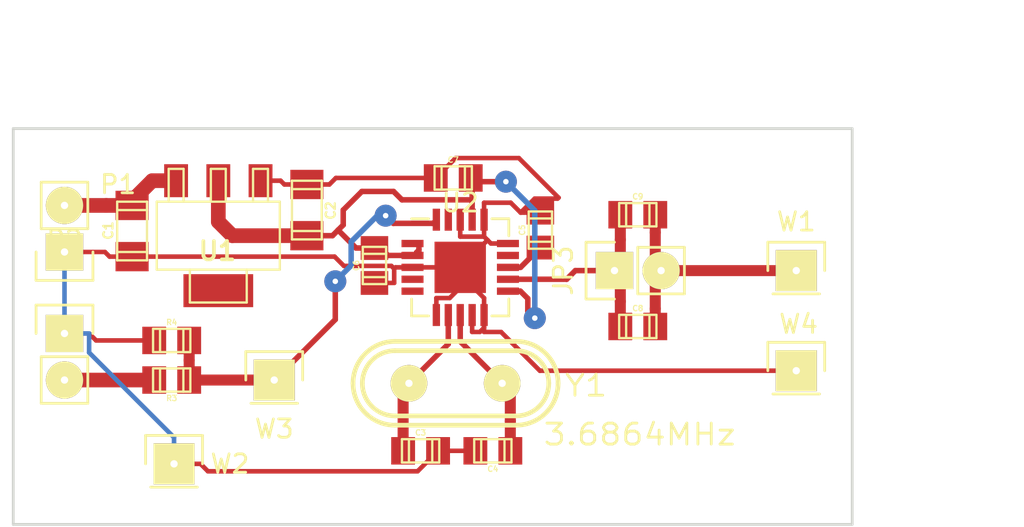
<source format=kicad_pcb>
(kicad_pcb (version 20171130) (host pcbnew "(5.1.12)-1")

  (general
    (thickness 1.6)
    (drawings 6)
    (tracks 182)
    (zones 0)
    (modules 21)
    (nets 15)
  )

  (page A4)
  (layers
    (0 F.Cu signal)
    (31 B.Cu signal)
    (32 B.Adhes user hide)
    (33 F.Adhes user hide)
    (34 B.Paste user)
    (35 F.Paste user)
    (36 B.SilkS user)
    (37 F.SilkS user)
    (38 B.Mask user)
    (39 F.Mask user)
    (40 Dwgs.User user)
    (41 Cmts.User user)
    (42 Eco1.User user)
    (43 Eco2.User user)
    (44 Edge.Cuts user)
    (45 Margin user)
    (46 B.CrtYd user)
    (47 F.CrtYd user)
    (48 B.Fab user)
    (49 F.Fab user)
  )

  (setup
    (last_trace_width 0.25)
    (user_trace_width 0.3)
    (user_trace_width 0.4)
    (user_trace_width 0.6)
    (user_trace_width 0.8)
    (trace_clearance 0.2)
    (zone_clearance 0.5)
    (zone_45_only yes)
    (trace_min 0.2)
    (via_size 0.6)
    (via_drill 0.4)
    (via_min_size 0.4)
    (via_min_drill 0.3)
    (user_via 1.2 0.3)
    (uvia_size 0.3)
    (uvia_drill 0.1)
    (uvias_allowed no)
    (uvia_min_size 0.2)
    (uvia_min_drill 0.1)
    (edge_width 0.15)
    (segment_width 0.2)
    (pcb_text_width 0.3)
    (pcb_text_size 1.5 1.5)
    (mod_edge_width 0.15)
    (mod_text_size 1 1)
    (mod_text_width 0.15)
    (pad_size 2.2352 2.2352)
    (pad_drill 0.4)
    (pad_to_mask_clearance 0.2)
    (aux_axis_origin 0 0)
    (visible_elements 7FFFFFFF)
    (pcbplotparams
      (layerselection 0x00000_00000001)
      (usegerberextensions false)
      (usegerberattributes true)
      (usegerberadvancedattributes true)
      (creategerberjobfile true)
      (excludeedgelayer false)
      (linewidth 0.100000)
      (plotframeref false)
      (viasonmask false)
      (mode 1)
      (useauxorigin false)
      (hpglpennumber 1)
      (hpglpenspeed 20)
      (hpglpendiameter 15.000000)
      (psnegative false)
      (psa4output false)
      (plotreference false)
      (plotvalue false)
      (plotinvisibletext false)
      (padsonsilk false)
      (subtractmaskfromsilk false)
      (outputformat 2)
      (mirror false)
      (drillshape 2)
      (scaleselection 1)
      (outputdirectory ""))
  )

  (net 0 "")
  (net 1 +5V)
  (net 2 GND)
  (net 3 VCC)
  (net 4 "Net-(C3-Pad2)")
  (net 5 "Net-(C4-Pad2)")
  (net 6 "Net-(C5-Pad2)")
  (net 7 "Net-(C8-Pad1)")
  (net 8 "Net-(C8-Pad2)")
  (net 9 "Net-(P2-Pad2)")
  (net 10 "Net-(U2-Pad4)")
  (net 11 "Net-(U2-Pad14)")
  (net 12 "Net-(U2-Pad19)")
  (net 13 "Net-(U2-Pad5)")
  (net 14 "Net-(R3-Pad2)")

  (net_class Default "This is the default net class."
    (clearance 0.2)
    (trace_width 0.25)
    (via_dia 0.6)
    (via_drill 0.4)
    (uvia_dia 0.3)
    (uvia_drill 0.1)
    (add_net +5V)
    (add_net GND)
    (add_net "Net-(C3-Pad2)")
    (add_net "Net-(C4-Pad2)")
    (add_net "Net-(C5-Pad2)")
    (add_net "Net-(C8-Pad1)")
    (add_net "Net-(C8-Pad2)")
    (add_net "Net-(P2-Pad2)")
    (add_net "Net-(R3-Pad2)")
    (add_net "Net-(U2-Pad14)")
    (add_net "Net-(U2-Pad19)")
    (add_net "Net-(U2-Pad4)")
    (add_net "Net-(U2-Pad5)")
    (add_net VCC)
  )

  (module Housings_DFN_QFN:QFN-20-1EP_5x5mm_Pitch0.65mm (layer F.Cu) (tedit 5725011F) (tstamp 5724F6B3)
    (at 132.309 93.9292)
    (descr "20-Lead Plastic Quad Flat, No Lead Package (MQ) - 5x5x0.9 mm Body [QFN]; (see Microchip Packaging Specification 00000049BS.pdf)")
    (tags "QFN 0.65")
    (path /571F7B08)
    (attr smd)
    (fp_text reference U2 (at 0 -3.525) (layer F.SilkS)
      (effects (font (size 1 1) (thickness 0.15)))
    )
    (fp_text value DS8500 (at 0 3.525) (layer F.Fab)
      (effects (font (size 1 1) (thickness 0.15)))
    )
    (fp_line (start 2.65 -2.65) (end 1.725 -2.65) (layer F.SilkS) (width 0.15))
    (fp_line (start 2.65 2.65) (end 1.725 2.65) (layer F.SilkS) (width 0.15))
    (fp_line (start -2.65 2.65) (end -1.725 2.65) (layer F.SilkS) (width 0.15))
    (fp_line (start -2.65 -2.65) (end -1.725 -2.65) (layer F.SilkS) (width 0.15))
    (fp_line (start 2.65 2.65) (end 2.65 1.725) (layer F.SilkS) (width 0.15))
    (fp_line (start -2.65 2.65) (end -2.65 1.725) (layer F.SilkS) (width 0.15))
    (fp_line (start 2.65 -2.65) (end 2.65 -1.725) (layer F.SilkS) (width 0.15))
    (fp_line (start -2.8 2.8) (end 2.8 2.8) (layer F.CrtYd) (width 0.05))
    (fp_line (start -2.8 -2.8) (end 2.8 -2.8) (layer F.CrtYd) (width 0.05))
    (fp_line (start 2.8 -2.8) (end 2.8 2.8) (layer F.CrtYd) (width 0.05))
    (fp_line (start -2.8 -2.8) (end -2.8 2.8) (layer F.CrtYd) (width 0.05))
    (pad 1 smd rect (at -2.6 -1.3) (size 1.2 0.4) (layers F.Cu F.Paste F.Mask)
      (net 3 VCC))
    (pad 2 smd rect (at -2.6 -0.65) (size 1.2 0.4) (layers F.Cu F.Paste F.Mask)
      (net 3 VCC))
    (pad 3 smd rect (at -2.6 0) (size 1.2 0.4) (layers F.Cu F.Paste F.Mask)
      (net 2 GND))
    (pad 4 smd rect (at -2.6 0.65) (size 1.2 0.4) (layers F.Cu F.Paste F.Mask)
      (net 10 "Net-(U2-Pad4)"))
    (pad 5 smd rect (at -2.6 1.3) (size 1.2 0.4) (layers F.Cu F.Paste F.Mask)
      (net 13 "Net-(U2-Pad5)"))
    (pad 6 smd rect (at -1.3 2.6 90) (size 1.2 0.4) (layers F.Cu F.Paste F.Mask)
      (net 2 GND))
    (pad 7 smd rect (at -0.65 2.6 90) (size 1.2 0.4) (layers F.Cu F.Paste F.Mask)
      (net 4 "Net-(C3-Pad2)"))
    (pad 8 smd rect (at 0 2.6 90) (size 1.2 0.4) (layers F.Cu F.Paste F.Mask)
      (net 5 "Net-(C4-Pad2)"))
    (pad 9 smd rect (at 0.65 2.6 90) (size 1.2 0.4) (layers F.Cu F.Paste F.Mask)
      (net 2 GND))
    (pad 10 smd rect (at 1.3 2.6 90) (size 1.2 0.4) (layers F.Cu F.Paste F.Mask)
      (net 2 GND))
    (pad 11 smd rect (at 2.6 1.3) (size 1.2 0.4) (layers F.Cu F.Paste F.Mask)
      (net 3 VCC))
    (pad 12 smd rect (at 2.6 0.65) (size 1.2 0.4) (layers F.Cu F.Paste F.Mask)
      (net 8 "Net-(C8-Pad2)"))
    (pad 13 smd rect (at 2.6 0) (size 1.2 0.4) (layers F.Cu F.Paste F.Mask)
      (net 6 "Net-(C5-Pad2)"))
    (pad 14 smd rect (at 2.6 -0.65) (size 1.2 0.4) (layers F.Cu F.Paste F.Mask)
      (net 11 "Net-(U2-Pad14)"))
    (pad 15 smd rect (at 2.6 -1.3) (size 1.2 0.4) (layers F.Cu F.Paste F.Mask)
      (net 2 GND))
    (pad 16 smd rect (at 1.3 -2.6 90) (size 1.2 0.4) (layers F.Cu F.Paste F.Mask)
      (net 2 GND))
    (pad 17 smd rect (at 0.65 -2.6 90) (size 1.2 0.4) (layers F.Cu F.Paste F.Mask)
      (net 3 VCC))
    (pad 18 smd rect (at 0 -2.6 90) (size 1.2 0.4) (layers F.Cu F.Paste F.Mask)
      (net 2 GND))
    (pad 19 smd rect (at -0.65 -2.6 90) (size 1.2 0.4) (layers F.Cu F.Paste F.Mask)
      (net 12 "Net-(U2-Pad19)"))
    (pad 20 smd rect (at -1.3 -2.6 90) (size 1.2 0.4) (layers F.Cu F.Paste F.Mask)
      (net 14 "Net-(R3-Pad2)"))
    (pad 21 smd rect (at 0 0) (size 2.8 2.8) (layers F.Cu F.Paste F.Mask)
      (net 2 GND) (solder_paste_margin_ratio -0.2))
    (model Housings_DFN_QFN.3dshapes/QFN-20-1EP_5x5mm_Pitch0.65mm.wrl
      (at (xyz 0 0 0))
      (scale (xyz 1 1 1))
      (rotate (xyz 0 0 0))
    )
  )

  (module w_smd_cap:c_1206 (layer F.Cu) (tedit 490473F0) (tstamp 5723404F)
    (at 114.427 91.948 90)
    (descr "SMT capacitor, 1206")
    (path /571FC257)
    (fp_text reference C1 (at 0.0254 -1.2954 90) (layer F.SilkS)
      (effects (font (size 0.50038 0.50038) (thickness 0.11938)))
    )
    (fp_text value 1u (at 0 1.27 90) (layer F.SilkS) hide
      (effects (font (size 0.50038 0.50038) (thickness 0.11938)))
    )
    (fp_line (start 1.6002 -0.8128) (end -1.6002 -0.8128) (layer F.SilkS) (width 0.127))
    (fp_line (start 1.6002 0.8128) (end 1.6002 -0.8128) (layer F.SilkS) (width 0.127))
    (fp_line (start -1.6002 0.8128) (end 1.6002 0.8128) (layer F.SilkS) (width 0.127))
    (fp_line (start -1.6002 -0.8128) (end -1.6002 0.8128) (layer F.SilkS) (width 0.127))
    (fp_line (start -1.143 -0.8128) (end -1.143 0.8128) (layer F.SilkS) (width 0.127))
    (fp_line (start 1.143 0.8128) (end 1.143 -0.8128) (layer F.SilkS) (width 0.127))
    (pad 1 smd rect (at 1.397 0 90) (size 1.6002 1.8034) (layers F.Cu F.Paste F.Mask)
      (net 1 +5V))
    (pad 2 smd rect (at -1.397 0 90) (size 1.6002 1.8034) (layers F.Cu F.Paste F.Mask)
      (net 2 GND))
    (model walter\smd_cap\c_1206.wrl
      (at (xyz 0 0 0))
      (scale (xyz 1 1 1))
      (rotate (xyz 0 0 0))
    )
  )

  (module w_smd_cap:c_1206 (layer F.Cu) (tedit 490473F0) (tstamp 57234055)
    (at 123.952 90.805 270)
    (descr "SMT capacitor, 1206")
    (path /571FC2BE)
    (fp_text reference C2 (at 0.0254 -1.2954 270) (layer F.SilkS)
      (effects (font (size 0.50038 0.50038) (thickness 0.11938)))
    )
    (fp_text value 1u (at 0 1.27 270) (layer F.SilkS) hide
      (effects (font (size 0.50038 0.50038) (thickness 0.11938)))
    )
    (fp_line (start 1.6002 -0.8128) (end -1.6002 -0.8128) (layer F.SilkS) (width 0.127))
    (fp_line (start 1.6002 0.8128) (end 1.6002 -0.8128) (layer F.SilkS) (width 0.127))
    (fp_line (start -1.6002 0.8128) (end 1.6002 0.8128) (layer F.SilkS) (width 0.127))
    (fp_line (start -1.6002 -0.8128) (end -1.6002 0.8128) (layer F.SilkS) (width 0.127))
    (fp_line (start -1.143 -0.8128) (end -1.143 0.8128) (layer F.SilkS) (width 0.127))
    (fp_line (start 1.143 0.8128) (end 1.143 -0.8128) (layer F.SilkS) (width 0.127))
    (pad 1 smd rect (at 1.397 0 270) (size 1.6002 1.8034) (layers F.Cu F.Paste F.Mask)
      (net 3 VCC))
    (pad 2 smd rect (at -1.397 0 270) (size 1.6002 1.8034) (layers F.Cu F.Paste F.Mask)
      (net 2 GND))
    (model walter\smd_cap\c_1206.wrl
      (at (xyz 0 0 0))
      (scale (xyz 1 1 1))
      (rotate (xyz 0 0 0))
    )
  )

  (module w_smd_cap:c_0805 (layer F.Cu) (tedit 49047394) (tstamp 5723405B)
    (at 130.15 103.937)
    (descr "SMT capacitor, 0805")
    (path /571F826F)
    (fp_text reference C3 (at 0 -0.9906) (layer F.SilkS)
      (effects (font (size 0.29972 0.29972) (thickness 0.06096)))
    )
    (fp_text value 22p (at 0 0.9906) (layer F.SilkS) hide
      (effects (font (size 0.29972 0.29972) (thickness 0.06096)))
    )
    (fp_line (start -1.016 0.635) (end -1.016 -0.635) (layer F.SilkS) (width 0.127))
    (fp_line (start 1.016 0.635) (end -1.016 0.635) (layer F.SilkS) (width 0.127))
    (fp_line (start 1.016 -0.635) (end 1.016 0.635) (layer F.SilkS) (width 0.127))
    (fp_line (start -1.016 -0.635) (end 1.016 -0.635) (layer F.SilkS) (width 0.127))
    (fp_line (start -0.635 -0.635) (end -0.635 0.6096) (layer F.SilkS) (width 0.127))
    (fp_line (start 0.635 -0.635) (end 0.635 0.635) (layer F.SilkS) (width 0.127))
    (pad 1 smd rect (at 0.9525 0) (size 1.30048 1.4986) (layers F.Cu F.Paste F.Mask)
      (net 2 GND))
    (pad 2 smd rect (at -0.9525 0) (size 1.30048 1.4986) (layers F.Cu F.Paste F.Mask)
      (net 4 "Net-(C3-Pad2)"))
    (model walter\smd_cap\c_0805.wrl
      (at (xyz 0 0 0))
      (scale (xyz 1 1 1))
      (rotate (xyz 0 0 0))
    )
  )

  (module w_smd_cap:c_0805 (layer F.Cu) (tedit 49047394) (tstamp 57234061)
    (at 134.087 103.937 180)
    (descr "SMT capacitor, 0805")
    (path /571F835D)
    (fp_text reference C4 (at 0 -0.9906 180) (layer F.SilkS)
      (effects (font (size 0.29972 0.29972) (thickness 0.06096)))
    )
    (fp_text value 22p (at 0 0.9906 180) (layer F.SilkS) hide
      (effects (font (size 0.29972 0.29972) (thickness 0.06096)))
    )
    (fp_line (start -1.016 0.635) (end -1.016 -0.635) (layer F.SilkS) (width 0.127))
    (fp_line (start 1.016 0.635) (end -1.016 0.635) (layer F.SilkS) (width 0.127))
    (fp_line (start 1.016 -0.635) (end 1.016 0.635) (layer F.SilkS) (width 0.127))
    (fp_line (start -1.016 -0.635) (end 1.016 -0.635) (layer F.SilkS) (width 0.127))
    (fp_line (start -0.635 -0.635) (end -0.635 0.6096) (layer F.SilkS) (width 0.127))
    (fp_line (start 0.635 -0.635) (end 0.635 0.635) (layer F.SilkS) (width 0.127))
    (pad 1 smd rect (at 0.9525 0 180) (size 1.30048 1.4986) (layers F.Cu F.Paste F.Mask)
      (net 2 GND))
    (pad 2 smd rect (at -0.9525 0 180) (size 1.30048 1.4986) (layers F.Cu F.Paste F.Mask)
      (net 5 "Net-(C4-Pad2)"))
    (model walter\smd_cap\c_0805.wrl
      (at (xyz 0 0 0))
      (scale (xyz 1 1 1))
      (rotate (xyz 0 0 0))
    )
  )

  (module w_smd_cap:c_0805 (layer F.Cu) (tedit 49047394) (tstamp 57234067)
    (at 136.677 91.8972 90)
    (descr "SMT capacitor, 0805")
    (path /571F86D9)
    (fp_text reference C5 (at 0 -0.9906 90) (layer F.SilkS)
      (effects (font (size 0.29972 0.29972) (thickness 0.06096)))
    )
    (fp_text value 100n (at 0 0.9906 90) (layer F.SilkS) hide
      (effects (font (size 0.29972 0.29972) (thickness 0.06096)))
    )
    (fp_line (start -1.016 0.635) (end -1.016 -0.635) (layer F.SilkS) (width 0.127))
    (fp_line (start 1.016 0.635) (end -1.016 0.635) (layer F.SilkS) (width 0.127))
    (fp_line (start 1.016 -0.635) (end 1.016 0.635) (layer F.SilkS) (width 0.127))
    (fp_line (start -1.016 -0.635) (end 1.016 -0.635) (layer F.SilkS) (width 0.127))
    (fp_line (start -0.635 -0.635) (end -0.635 0.6096) (layer F.SilkS) (width 0.127))
    (fp_line (start 0.635 -0.635) (end 0.635 0.635) (layer F.SilkS) (width 0.127))
    (pad 1 smd rect (at 0.9525 0 90) (size 1.30048 1.4986) (layers F.Cu F.Paste F.Mask)
      (net 2 GND))
    (pad 2 smd rect (at -0.9525 0 90) (size 1.30048 1.4986) (layers F.Cu F.Paste F.Mask)
      (net 6 "Net-(C5-Pad2)"))
    (model walter\smd_cap\c_0805.wrl
      (at (xyz 0 0 0))
      (scale (xyz 1 1 1))
      (rotate (xyz 0 0 0))
    )
  )

  (module w_smd_cap:c_0805 (layer F.Cu) (tedit 49047394) (tstamp 5723406D)
    (at 127.635 93.8276 90)
    (descr "SMT capacitor, 0805")
    (path /571FD231)
    (fp_text reference C6 (at 0 -0.9906 90) (layer F.SilkS)
      (effects (font (size 0.29972 0.29972) (thickness 0.06096)))
    )
    (fp_text value 100n (at 0 0.9906 90) (layer F.SilkS) hide
      (effects (font (size 0.29972 0.29972) (thickness 0.06096)))
    )
    (fp_line (start -1.016 0.635) (end -1.016 -0.635) (layer F.SilkS) (width 0.127))
    (fp_line (start 1.016 0.635) (end -1.016 0.635) (layer F.SilkS) (width 0.127))
    (fp_line (start 1.016 -0.635) (end 1.016 0.635) (layer F.SilkS) (width 0.127))
    (fp_line (start -1.016 -0.635) (end 1.016 -0.635) (layer F.SilkS) (width 0.127))
    (fp_line (start -0.635 -0.635) (end -0.635 0.6096) (layer F.SilkS) (width 0.127))
    (fp_line (start 0.635 -0.635) (end 0.635 0.635) (layer F.SilkS) (width 0.127))
    (pad 1 smd rect (at 0.9525 0 90) (size 1.30048 1.4986) (layers F.Cu F.Paste F.Mask)
      (net 3 VCC))
    (pad 2 smd rect (at -0.9525 0 90) (size 1.30048 1.4986) (layers F.Cu F.Paste F.Mask)
      (net 2 GND))
    (model walter\smd_cap\c_0805.wrl
      (at (xyz 0 0 0))
      (scale (xyz 1 1 1))
      (rotate (xyz 0 0 0))
    )
  )

  (module w_smd_cap:c_0805 (layer F.Cu) (tedit 49047394) (tstamp 57234073)
    (at 131.928 89.0524)
    (descr "SMT capacitor, 0805")
    (path /571FD15D)
    (fp_text reference C7 (at 0 -0.9906) (layer F.SilkS)
      (effects (font (size 0.29972 0.29972) (thickness 0.06096)))
    )
    (fp_text value 100n (at 0 0.9906) (layer F.SilkS) hide
      (effects (font (size 0.29972 0.29972) (thickness 0.06096)))
    )
    (fp_line (start -1.016 0.635) (end -1.016 -0.635) (layer F.SilkS) (width 0.127))
    (fp_line (start 1.016 0.635) (end -1.016 0.635) (layer F.SilkS) (width 0.127))
    (fp_line (start 1.016 -0.635) (end 1.016 0.635) (layer F.SilkS) (width 0.127))
    (fp_line (start -1.016 -0.635) (end 1.016 -0.635) (layer F.SilkS) (width 0.127))
    (fp_line (start -0.635 -0.635) (end -0.635 0.6096) (layer F.SilkS) (width 0.127))
    (fp_line (start 0.635 -0.635) (end 0.635 0.635) (layer F.SilkS) (width 0.127))
    (pad 1 smd rect (at 0.9525 0) (size 1.30048 1.4986) (layers F.Cu F.Paste F.Mask)
      (net 3 VCC))
    (pad 2 smd rect (at -0.9525 0) (size 1.30048 1.4986) (layers F.Cu F.Paste F.Mask)
      (net 2 GND))
    (model walter\smd_cap\c_0805.wrl
      (at (xyz 0 0 0))
      (scale (xyz 1 1 1))
      (rotate (xyz 0 0 0))
    )
  )

  (module w_smd_cap:c_0805 (layer F.Cu) (tedit 49047394) (tstamp 57234079)
    (at 141.986 97.155)
    (descr "SMT capacitor, 0805")
    (path /571F8B1B)
    (fp_text reference C8 (at 0 -0.9906) (layer F.SilkS)
      (effects (font (size 0.29972 0.29972) (thickness 0.06096)))
    )
    (fp_text value 100n (at 0 0.9906) (layer F.SilkS) hide
      (effects (font (size 0.29972 0.29972) (thickness 0.06096)))
    )
    (fp_line (start -1.016 0.635) (end -1.016 -0.635) (layer F.SilkS) (width 0.127))
    (fp_line (start 1.016 0.635) (end -1.016 0.635) (layer F.SilkS) (width 0.127))
    (fp_line (start 1.016 -0.635) (end 1.016 0.635) (layer F.SilkS) (width 0.127))
    (fp_line (start -1.016 -0.635) (end 1.016 -0.635) (layer F.SilkS) (width 0.127))
    (fp_line (start -0.635 -0.635) (end -0.635 0.6096) (layer F.SilkS) (width 0.127))
    (fp_line (start 0.635 -0.635) (end 0.635 0.635) (layer F.SilkS) (width 0.127))
    (pad 1 smd rect (at 0.9525 0) (size 1.30048 1.4986) (layers F.Cu F.Paste F.Mask)
      (net 7 "Net-(C8-Pad1)"))
    (pad 2 smd rect (at -0.9525 0) (size 1.30048 1.4986) (layers F.Cu F.Paste F.Mask)
      (net 8 "Net-(C8-Pad2)"))
    (model walter\smd_cap\c_0805.wrl
      (at (xyz 0 0 0))
      (scale (xyz 1 1 1))
      (rotate (xyz 0 0 0))
    )
  )

  (module w_smd_cap:c_0805 (layer F.Cu) (tedit 49047394) (tstamp 5723407F)
    (at 141.986 91.059)
    (descr "SMT capacitor, 0805")
    (path /571F8F4A)
    (fp_text reference C9 (at 0 -0.9906) (layer F.SilkS)
      (effects (font (size 0.29972 0.29972) (thickness 0.06096)))
    )
    (fp_text value 100n (at 0 0.9906) (layer F.SilkS) hide
      (effects (font (size 0.29972 0.29972) (thickness 0.06096)))
    )
    (fp_line (start -1.016 0.635) (end -1.016 -0.635) (layer F.SilkS) (width 0.127))
    (fp_line (start 1.016 0.635) (end -1.016 0.635) (layer F.SilkS) (width 0.127))
    (fp_line (start 1.016 -0.635) (end 1.016 0.635) (layer F.SilkS) (width 0.127))
    (fp_line (start -1.016 -0.635) (end 1.016 -0.635) (layer F.SilkS) (width 0.127))
    (fp_line (start -0.635 -0.635) (end -0.635 0.6096) (layer F.SilkS) (width 0.127))
    (fp_line (start 0.635 -0.635) (end 0.635 0.635) (layer F.SilkS) (width 0.127))
    (pad 1 smd rect (at 0.9525 0) (size 1.30048 1.4986) (layers F.Cu F.Paste F.Mask)
      (net 7 "Net-(C8-Pad1)"))
    (pad 2 smd rect (at -0.9525 0) (size 1.30048 1.4986) (layers F.Cu F.Paste F.Mask)
      (net 8 "Net-(C8-Pad2)"))
    (model walter\smd_cap\c_0805.wrl
      (at (xyz 0 0 0))
      (scale (xyz 1 1 1))
      (rotate (xyz 0 0 0))
    )
  )

  (module Pin_Headers:Pin_Header_Straight_1x02 (layer F.Cu) (tedit 5725029F) (tstamp 57234091)
    (at 140.716 94.107 90)
    (descr "Through hole pin header")
    (tags "pin header")
    (path /571F8ADE)
    (fp_text reference JP3 (at 0 -2.794 90) (layer F.SilkS)
      (effects (font (size 1 1) (thickness 0.15)))
    )
    (fp_text value "" (at 0 -3.1 90) (layer F.Fab)
      (effects (font (size 1 1) (thickness 0.15)))
    )
    (fp_line (start -1.27 3.81) (end 1.27 3.81) (layer F.SilkS) (width 0.15))
    (fp_line (start -1.27 1.27) (end -1.27 3.81) (layer F.SilkS) (width 0.15))
    (fp_line (start -1.55 -1.55) (end 1.55 -1.55) (layer F.SilkS) (width 0.15))
    (fp_line (start -1.55 0) (end -1.55 -1.55) (layer F.SilkS) (width 0.15))
    (fp_line (start 1.27 1.27) (end -1.27 1.27) (layer F.SilkS) (width 0.15))
    (fp_line (start -1.75 4.3) (end 1.75 4.3) (layer F.CrtYd) (width 0.05))
    (fp_line (start -1.75 -1.75) (end 1.75 -1.75) (layer F.CrtYd) (width 0.05))
    (fp_line (start 1.75 -1.75) (end 1.75 4.3) (layer F.CrtYd) (width 0.05))
    (fp_line (start -1.75 -1.75) (end -1.75 4.3) (layer F.CrtYd) (width 0.05))
    (fp_line (start 1.55 -1.55) (end 1.55 0) (layer F.SilkS) (width 0.15))
    (fp_line (start 1.27 1.27) (end 1.27 3.81) (layer F.SilkS) (width 0.15))
    (pad 1 thru_hole rect (at 0 0 90) (size 2.032 2.032) (drill 0.4) (layers *.Cu *.Mask F.SilkS)
      (net 8 "Net-(C8-Pad2)"))
    (pad 2 thru_hole oval (at 0 2.54 90) (size 2.032 2.032) (drill 0.4) (layers *.Cu *.Mask F.SilkS)
      (net 7 "Net-(C8-Pad1)"))
    (model Pin_Headers.3dshapes/Pin_Header_Straight_1x02.wrl
      (offset (xyz 0 -1.269999980926514 0))
      (scale (xyz 1 1 1))
      (rotate (xyz 0 0 90))
    )
  )

  (module Pin_Headers:Pin_Header_Straight_1x02 (layer F.Cu) (tedit 57250265) (tstamp 57234097)
    (at 110.744 93.091 180)
    (descr "Through hole pin header")
    (tags "pin header")
    (path /571FB831)
    (fp_text reference P1 (at -2.921 3.683 180) (layer F.SilkS)
      (effects (font (size 1 1) (thickness 0.15)))
    )
    (fp_text value POWER (at 2.667 1.524 270) (layer F.Fab)
      (effects (font (size 1 1) (thickness 0.15)))
    )
    (fp_line (start -1.27 3.81) (end 1.27 3.81) (layer F.SilkS) (width 0.15))
    (fp_line (start -1.27 1.27) (end -1.27 3.81) (layer F.SilkS) (width 0.15))
    (fp_line (start -1.55 -1.55) (end 1.55 -1.55) (layer F.SilkS) (width 0.15))
    (fp_line (start -1.55 0) (end -1.55 -1.55) (layer F.SilkS) (width 0.15))
    (fp_line (start 1.27 1.27) (end -1.27 1.27) (layer F.SilkS) (width 0.15))
    (fp_line (start -1.75 4.3) (end 1.75 4.3) (layer F.CrtYd) (width 0.05))
    (fp_line (start -1.75 -1.75) (end 1.75 -1.75) (layer F.CrtYd) (width 0.05))
    (fp_line (start 1.75 -1.75) (end 1.75 4.3) (layer F.CrtYd) (width 0.05))
    (fp_line (start -1.75 -1.75) (end -1.75 4.3) (layer F.CrtYd) (width 0.05))
    (fp_line (start 1.55 -1.55) (end 1.55 0) (layer F.SilkS) (width 0.15))
    (fp_line (start 1.27 1.27) (end 1.27 3.81) (layer F.SilkS) (width 0.15))
    (pad 1 thru_hole rect (at 0 0 180) (size 2.032 2.032) (drill 0.4) (layers *.Cu *.Mask F.SilkS)
      (net 2 GND))
    (pad 2 thru_hole oval (at 0 2.54 180) (size 2.032 2.032) (drill 0.4) (layers *.Cu *.Mask F.SilkS)
      (net 1 +5V))
    (model Pin_Headers.3dshapes/Pin_Header_Straight_1x02.wrl
      (offset (xyz 0 -1.269999980926514 0))
      (scale (xyz 1 1 1))
      (rotate (xyz 0 0 90))
    )
  )

  (module w_smd_resistors:r_0805 (layer F.Cu) (tedit 49047384) (tstamp 572340B0)
    (at 116.586 100.076 180)
    (descr "SMT resistor, 0805")
    (path /571FA3BB)
    (fp_text reference R3 (at 0 -0.9906 180) (layer F.SilkS)
      (effects (font (size 0.29972 0.29972) (thickness 0.06096)))
    )
    (fp_text value 10k (at 0 0.9906 180) (layer F.SilkS) hide
      (effects (font (size 0.29972 0.29972) (thickness 0.06096)))
    )
    (fp_line (start -1.016 0.635) (end -1.016 -0.635) (layer F.SilkS) (width 0.127))
    (fp_line (start 1.016 0.635) (end -1.016 0.635) (layer F.SilkS) (width 0.127))
    (fp_line (start 1.016 -0.635) (end 1.016 0.635) (layer F.SilkS) (width 0.127))
    (fp_line (start -1.016 -0.635) (end 1.016 -0.635) (layer F.SilkS) (width 0.127))
    (fp_line (start -0.635 -0.635) (end -0.635 0.6096) (layer F.SilkS) (width 0.127))
    (fp_line (start 0.635 -0.635) (end 0.635 0.635) (layer F.SilkS) (width 0.127))
    (pad 1 smd rect (at 0.9525 0 180) (size 1.30048 1.4986) (layers F.Cu F.Paste F.Mask)
      (net 9 "Net-(P2-Pad2)"))
    (pad 2 smd rect (at -0.9525 0 180) (size 1.30048 1.4986) (layers F.Cu F.Paste F.Mask)
      (net 14 "Net-(R3-Pad2)"))
    (model walter/smd_resistors/r_0805.wrl
      (at (xyz 0 0 0))
      (scale (xyz 1 1 1))
      (rotate (xyz 0 0 0))
    )
  )

  (module w_smd_resistors:r_0805 (layer F.Cu) (tedit 49047384) (tstamp 572340B6)
    (at 116.586 97.917)
    (descr "SMT resistor, 0805")
    (path /571FA3B5)
    (fp_text reference R4 (at 0 -0.9906) (layer F.SilkS)
      (effects (font (size 0.29972 0.29972) (thickness 0.06096)))
    )
    (fp_text value 20k (at 0 0.9906) (layer F.SilkS) hide
      (effects (font (size 0.29972 0.29972) (thickness 0.06096)))
    )
    (fp_line (start -1.016 0.635) (end -1.016 -0.635) (layer F.SilkS) (width 0.127))
    (fp_line (start 1.016 0.635) (end -1.016 0.635) (layer F.SilkS) (width 0.127))
    (fp_line (start 1.016 -0.635) (end 1.016 0.635) (layer F.SilkS) (width 0.127))
    (fp_line (start -1.016 -0.635) (end 1.016 -0.635) (layer F.SilkS) (width 0.127))
    (fp_line (start -0.635 -0.635) (end -0.635 0.6096) (layer F.SilkS) (width 0.127))
    (fp_line (start 0.635 -0.635) (end 0.635 0.635) (layer F.SilkS) (width 0.127))
    (pad 1 smd rect (at 0.9525 0) (size 1.30048 1.4986) (layers F.Cu F.Paste F.Mask)
      (net 14 "Net-(R3-Pad2)"))
    (pad 2 smd rect (at -0.9525 0) (size 1.30048 1.4986) (layers F.Cu F.Paste F.Mask)
      (net 2 GND))
    (model walter/smd_resistors/r_0805.wrl
      (at (xyz 0 0 0))
      (scale (xyz 1 1 1))
      (rotate (xyz 0 0 0))
    )
  )

  (module w_smd_trans:sot223 (layer F.Cu) (tedit 49047669) (tstamp 572340BE)
    (at 119.126 92.202 180)
    (descr SOT223)
    (path /571FBC3E)
    (fp_text reference U1 (at 0.0508 -0.8382 180) (layer F.SilkS)
      (effects (font (size 1.00076 1.00076) (thickness 0.20066)))
    )
    (fp_text value AP1117V5 (at 0 1.0414 180) (layer F.SilkS) hide
      (effects (font (size 1.00076 1.00076) (thickness 0.20066)))
    )
    (fp_line (start 3.3528 -1.8542) (end 3.3528 1.8542) (layer F.SilkS) (width 0.127))
    (fp_line (start -3.3528 -1.8542) (end 3.3528 -1.8542) (layer F.SilkS) (width 0.127))
    (fp_line (start -3.3528 1.8542) (end -3.3528 -1.8542) (layer F.SilkS) (width 0.127))
    (fp_line (start 3.3528 1.8542) (end -3.3528 1.8542) (layer F.SilkS) (width 0.127))
    (fp_line (start -2.7051 3.6449) (end -2.7051 1.8542) (layer F.SilkS) (width 0.127))
    (fp_line (start -1.8923 3.6449) (end -1.8923 1.8542) (layer F.SilkS) (width 0.127))
    (fp_line (start -2.7051 3.6449) (end -1.8923 3.6449) (layer F.SilkS) (width 0.127))
    (fp_line (start -0.4064 3.6449) (end 0.4064 3.6449) (layer F.SilkS) (width 0.127))
    (fp_line (start 0.4064 3.6449) (end 0.4064 1.8542) (layer F.SilkS) (width 0.127))
    (fp_line (start -0.4064 3.6449) (end -0.4064 1.8542) (layer F.SilkS) (width 0.127))
    (fp_line (start 1.8923 3.6449) (end 1.8923 1.8542) (layer F.SilkS) (width 0.127))
    (fp_line (start 2.7051 3.6449) (end 2.7051 1.8542) (layer F.SilkS) (width 0.127))
    (fp_line (start 1.8923 3.6449) (end 2.7051 3.6449) (layer F.SilkS) (width 0.127))
    (fp_line (start -1.5494 -3.6449) (end -1.5494 -1.8542) (layer F.SilkS) (width 0.127))
    (fp_line (start 1.5494 -3.6449) (end 1.5494 -1.8542) (layer F.SilkS) (width 0.127))
    (fp_line (start -1.5494 -3.6449) (end 1.5494 -3.6449) (layer F.SilkS) (width 0.127))
    (pad 1 smd rect (at -2.30124 2.99974 180) (size 1.30048 1.80086) (layers F.Cu F.Paste F.Mask)
      (net 2 GND))
    (pad 2 smd rect (at 0 2.99974 180) (size 1.30048 1.80086) (layers F.Cu F.Paste F.Mask)
      (net 3 VCC))
    (pad 3 smd rect (at 2.30124 2.99974 180) (size 1.30048 1.80086) (layers F.Cu F.Paste F.Mask)
      (net 1 +5V))
    (pad 4 smd rect (at 0 -2.99974 180) (size 3.79984 1.80086) (layers F.Cu F.Paste F.Mask))
    (model walter/smd_trans/sot223.wrl
      (at (xyz 0 0 0))
      (scale (xyz 1 1 1))
      (rotate (xyz 0 0 0))
    )
  )

  (module Pin_Headers:Pin_Header_Straight_1x01 (layer F.Cu) (tedit 572502A4) (tstamp 572340DF)
    (at 150.622 94.107)
    (descr "Through hole pin header")
    (tags "pin header")
    (path /571F8BF5)
    (fp_text reference W1 (at 0 -2.667) (layer F.SilkS)
      (effects (font (size 1 1) (thickness 0.15)))
    )
    (fp_text value FSK_OUT (at -2.921 -0.508 90) (layer F.Fab)
      (effects (font (size 1 1) (thickness 0.15)))
    )
    (fp_line (start -1.27 1.27) (end 1.27 1.27) (layer F.SilkS) (width 0.15))
    (fp_line (start -1.55 -1.55) (end 1.55 -1.55) (layer F.SilkS) (width 0.15))
    (fp_line (start -1.55 0) (end -1.55 -1.55) (layer F.SilkS) (width 0.15))
    (fp_line (start -1.75 1.75) (end 1.75 1.75) (layer F.CrtYd) (width 0.05))
    (fp_line (start -1.75 -1.75) (end 1.75 -1.75) (layer F.CrtYd) (width 0.05))
    (fp_line (start 1.75 -1.75) (end 1.75 1.75) (layer F.CrtYd) (width 0.05))
    (fp_line (start -1.75 -1.75) (end -1.75 1.75) (layer F.CrtYd) (width 0.05))
    (fp_line (start 1.55 -1.55) (end 1.55 0) (layer F.SilkS) (width 0.15))
    (pad 1 thru_hole rect (at 0 0) (size 2.2352 2.2352) (drill 0.4) (layers *.Cu *.Mask F.SilkS)
      (net 7 "Net-(C8-Pad1)"))
    (model Pin_Headers.3dshapes/Pin_Header_Straight_1x01.wrl
      (at (xyz 0 0 0))
      (scale (xyz 1 1 1))
      (rotate (xyz 0 0 90))
    )
  )

  (module Pin_Headers:Pin_Header_Straight_1x01 (layer F.Cu) (tedit 57250288) (tstamp 7FFFFFFF)
    (at 116.713 104.648)
    (descr "Through hole pin header")
    (tags "pin header")
    (path /571F9407)
    (fp_text reference W2 (at 3.048 0) (layer F.SilkS)
      (effects (font (size 1 1) (thickness 0.15)))
    )
    (fp_text value GND (at 0 -2.54) (layer F.Fab)
      (effects (font (size 1 1) (thickness 0.15)))
    )
    (fp_line (start -1.27 1.27) (end 1.27 1.27) (layer F.SilkS) (width 0.15))
    (fp_line (start -1.55 -1.55) (end 1.55 -1.55) (layer F.SilkS) (width 0.15))
    (fp_line (start -1.55 0) (end -1.55 -1.55) (layer F.SilkS) (width 0.15))
    (fp_line (start -1.75 1.75) (end 1.75 1.75) (layer F.CrtYd) (width 0.05))
    (fp_line (start -1.75 -1.75) (end 1.75 -1.75) (layer F.CrtYd) (width 0.05))
    (fp_line (start 1.75 -1.75) (end 1.75 1.75) (layer F.CrtYd) (width 0.05))
    (fp_line (start -1.75 -1.75) (end -1.75 1.75) (layer F.CrtYd) (width 0.05))
    (fp_line (start 1.55 -1.55) (end 1.55 0) (layer F.SilkS) (width 0.15))
    (pad 1 thru_hole rect (at 0 0) (size 2.2352 2.2352) (drill 0.4) (layers *.Cu *.Mask F.SilkS)
      (net 2 GND))
    (model Pin_Headers.3dshapes/Pin_Header_Straight_1x01.wrl
      (at (xyz 0 0 0))
      (scale (xyz 1 1 1))
      (rotate (xyz 0 0 90))
    )
  )

  (module Pin_Headers:Pin_Header_Straight_1x01 (layer F.Cu) (tedit 5725028B) (tstamp 7FFFFFFF)
    (at 122.174 100.076)
    (descr "Through hole pin header")
    (tags "pin header")
    (path /572345F3)
    (fp_text reference W3 (at 0 2.667) (layer F.SilkS)
      (effects (font (size 1 1) (thickness 0.15)))
    )
    (fp_text value FSK_IN (at 0 -2.54) (layer F.Fab)
      (effects (font (size 1 1) (thickness 0.15)))
    )
    (fp_line (start -1.27 1.27) (end 1.27 1.27) (layer F.SilkS) (width 0.15))
    (fp_line (start -1.55 -1.55) (end 1.55 -1.55) (layer F.SilkS) (width 0.15))
    (fp_line (start -1.55 0) (end -1.55 -1.55) (layer F.SilkS) (width 0.15))
    (fp_line (start -1.75 1.75) (end 1.75 1.75) (layer F.CrtYd) (width 0.05))
    (fp_line (start -1.75 -1.75) (end 1.75 -1.75) (layer F.CrtYd) (width 0.05))
    (fp_line (start 1.75 -1.75) (end 1.75 1.75) (layer F.CrtYd) (width 0.05))
    (fp_line (start -1.75 -1.75) (end -1.75 1.75) (layer F.CrtYd) (width 0.05))
    (fp_line (start 1.55 -1.55) (end 1.55 0) (layer F.SilkS) (width 0.15))
    (pad 1 thru_hole rect (at 0 0) (size 2.2352 2.2352) (drill 0.4) (layers *.Cu *.Mask F.SilkS)
      (net 14 "Net-(R3-Pad2)"))
    (model Pin_Headers.3dshapes/Pin_Header_Straight_1x01.wrl
      (at (xyz 0 0 0))
      (scale (xyz 1 1 1))
      (rotate (xyz 0 0 90))
    )
  )

  (module Pin_Headers:Pin_Header_Straight_1x01 (layer F.Cu) (tedit 572502A7) (tstamp 572340EE)
    (at 150.622 99.568)
    (descr "Through hole pin header")
    (tags "pin header")
    (path /57234BE3)
    (fp_text reference W4 (at 0.127 -2.54) (layer F.SilkS)
      (effects (font (size 1 1) (thickness 0.15)))
    )
    (fp_text value GND (at -2.667 -0.254 90) (layer F.Fab)
      (effects (font (size 1 1) (thickness 0.15)))
    )
    (fp_line (start -1.27 1.27) (end 1.27 1.27) (layer F.SilkS) (width 0.15))
    (fp_line (start -1.55 -1.55) (end 1.55 -1.55) (layer F.SilkS) (width 0.15))
    (fp_line (start -1.55 0) (end -1.55 -1.55) (layer F.SilkS) (width 0.15))
    (fp_line (start -1.75 1.75) (end 1.75 1.75) (layer F.CrtYd) (width 0.05))
    (fp_line (start -1.75 -1.75) (end 1.75 -1.75) (layer F.CrtYd) (width 0.05))
    (fp_line (start 1.75 -1.75) (end 1.75 1.75) (layer F.CrtYd) (width 0.05))
    (fp_line (start -1.75 -1.75) (end -1.75 1.75) (layer F.CrtYd) (width 0.05))
    (fp_line (start 1.55 -1.55) (end 1.55 0) (layer F.SilkS) (width 0.15))
    (pad 1 thru_hole rect (at 0 0) (size 2.2352 2.2352) (drill 0.4) (layers *.Cu *.Mask F.SilkS)
      (net 2 GND))
    (model Pin_Headers.3dshapes/Pin_Header_Straight_1x01.wrl
      (at (xyz 0 0 0))
      (scale (xyz 1 1 1))
      (rotate (xyz 0 0 90))
    )
  )

  (module w_crystal:crystal_hc-49u (layer F.Cu) (tedit 57250298) (tstamp 572340F4)
    (at 132.055 100.254 180)
    (descr "Crystal, HC-49U")
    (tags QUARTZ)
    (path /571F7F93)
    (autoplace_cost180 10)
    (fp_text reference Y1 (at -7.112 -0.127) (layer F.SilkS)
      (effects (font (size 1.143 1.27) (thickness 0.1524)))
    )
    (fp_text value 3.6864MHz (at -10.033 -2.794 180) (layer F.SilkS)
      (effects (font (size 1.143 1.27) (thickness 0.1524)))
    )
    (fp_line (start -3.302 -2.286) (end 3.302 -2.286) (layer F.SilkS) (width 0.254))
    (fp_line (start 3.302 2.286) (end -3.302 2.286) (layer F.SilkS) (width 0.254))
    (fp_line (start 3.302 -1.778) (end -3.302 -1.778) (layer F.SilkS) (width 0.254))
    (fp_line (start -3.302 1.778) (end 3.302 1.778) (layer F.SilkS) (width 0.254))
    (fp_arc (start 3.302 0) (end 3.302 -2.286) (angle 90) (layer F.SilkS) (width 0.254))
    (fp_arc (start 3.302 0) (end 5.08 0) (angle 90) (layer F.SilkS) (width 0.254))
    (fp_arc (start 3.302 0) (end 3.302 -1.778) (angle 90) (layer F.SilkS) (width 0.254))
    (fp_arc (start -3.302 0) (end -3.302 1.778) (angle 90) (layer F.SilkS) (width 0.254))
    (fp_arc (start -3.302 0) (end -5.08 0) (angle 90) (layer F.SilkS) (width 0.254))
    (fp_arc (start 3.302 0) (end 5.588 0) (angle 90) (layer F.SilkS) (width 0.254))
    (fp_arc (start -3.302 0) (end -3.302 2.286) (angle 90) (layer F.SilkS) (width 0.254))
    (fp_arc (start -3.302 0) (end -5.588 0) (angle 90) (layer F.SilkS) (width 0.254))
    (pad 1 thru_hole circle (at -2.54 0 180) (size 1.99898 1.99898) (drill 0.4) (layers *.Cu *.Mask F.SilkS)
      (net 5 "Net-(C4-Pad2)"))
    (pad 2 thru_hole circle (at 2.54 0 180) (size 1.99898 1.99898) (drill 0.4) (layers *.Cu *.Mask F.SilkS)
      (net 4 "Net-(C3-Pad2)"))
    (model walter/crystal/crystal_hc-49u.wrl
      (at (xyz 0 0 0))
      (scale (xyz 1 1 1))
      (rotate (xyz 0 0 0))
    )
  )

  (module Pin_Headers:Pin_Header_Straight_1x02 (layer F.Cu) (tedit 57250285) (tstamp 5723C8DE)
    (at 110.744 97.536)
    (descr "Through hole pin header")
    (tags "pin header")
    (path /5723CD7B)
    (fp_text reference P2 (at 0 -5.1) (layer F.SilkS)
      (effects (font (size 1 1) (thickness 0.15)))
    )
    (fp_text value INTERFACE (at -2.667 1.143 90) (layer F.Fab)
      (effects (font (size 1 1) (thickness 0.15)))
    )
    (fp_line (start -1.27 3.81) (end 1.27 3.81) (layer F.SilkS) (width 0.15))
    (fp_line (start -1.27 1.27) (end -1.27 3.81) (layer F.SilkS) (width 0.15))
    (fp_line (start -1.55 -1.55) (end 1.55 -1.55) (layer F.SilkS) (width 0.15))
    (fp_line (start -1.55 0) (end -1.55 -1.55) (layer F.SilkS) (width 0.15))
    (fp_line (start 1.27 1.27) (end -1.27 1.27) (layer F.SilkS) (width 0.15))
    (fp_line (start -1.75 4.3) (end 1.75 4.3) (layer F.CrtYd) (width 0.05))
    (fp_line (start -1.75 -1.75) (end 1.75 -1.75) (layer F.CrtYd) (width 0.05))
    (fp_line (start 1.75 -1.75) (end 1.75 4.3) (layer F.CrtYd) (width 0.05))
    (fp_line (start -1.75 -1.75) (end -1.75 4.3) (layer F.CrtYd) (width 0.05))
    (fp_line (start 1.55 -1.55) (end 1.55 0) (layer F.SilkS) (width 0.15))
    (fp_line (start 1.27 1.27) (end 1.27 3.81) (layer F.SilkS) (width 0.15))
    (pad 1 thru_hole rect (at 0 0) (size 2.032 2.032) (drill 0.4) (layers *.Cu *.Mask F.SilkS)
      (net 2 GND))
    (pad 2 thru_hole oval (at 0 2.54) (size 2.032 2.032) (drill 0.4) (layers *.Cu *.Mask F.SilkS)
      (net 9 "Net-(P2-Pad2)"))
    (model Pin_Headers.3dshapes/Pin_Header_Straight_1x02.wrl
      (offset (xyz 0 -1.269999980926514 0))
      (scale (xyz 1 1 1))
      (rotate (xyz 0 0 90))
    )
  )

  (dimension 21.59 (width 0.3) (layer Cmts.User)
    (gr_text "21,590 mm" (at 160.354 97.155 270) (layer Cmts.User)
      (effects (font (size 1.5 1.5) (thickness 0.3)))
    )
    (feature1 (pts (xy 153.67 107.95) (xy 161.704 107.95)))
    (feature2 (pts (xy 153.67 86.36) (xy 161.704 86.36)))
    (crossbar (pts (xy 159.004 86.36) (xy 159.004 107.95)))
    (arrow1a (pts (xy 159.004 107.95) (xy 158.417579 106.823496)))
    (arrow1b (pts (xy 159.004 107.95) (xy 159.590421 106.823496)))
    (arrow2a (pts (xy 159.004 86.36) (xy 158.417579 87.486504)))
    (arrow2b (pts (xy 159.004 86.36) (xy 159.590421 87.486504)))
  )
  (dimension 45.72 (width 0.3) (layer Cmts.User)
    (gr_text "45,720 mm" (at 130.81 81.2) (layer Cmts.User)
      (effects (font (size 1.5 1.5) (thickness 0.3)))
    )
    (feature1 (pts (xy 153.67 86.36) (xy 153.67 79.85)))
    (feature2 (pts (xy 107.95 86.36) (xy 107.95 79.85)))
    (crossbar (pts (xy 107.95 82.55) (xy 153.67 82.55)))
    (arrow1a (pts (xy 153.67 82.55) (xy 152.543496 83.136421)))
    (arrow1b (pts (xy 153.67 82.55) (xy 152.543496 81.963579)))
    (arrow2a (pts (xy 107.95 82.55) (xy 109.076504 83.136421)))
    (arrow2b (pts (xy 107.95 82.55) (xy 109.076504 81.963579)))
  )
  (gr_line (start 153.67 86.36) (end 107.95 86.36) (angle 90) (layer Edge.Cuts) (width 0.15))
  (gr_line (start 153.67 107.95) (end 153.67 86.36) (angle 90) (layer Edge.Cuts) (width 0.15))
  (gr_line (start 107.95 107.95) (end 153.67 107.95) (angle 90) (layer Edge.Cuts) (width 0.15))
  (gr_line (start 107.95 86.36) (end 107.95 107.95) (angle 90) (layer Edge.Cuts) (width 0.15))

  (segment (start 113.0165 90.551) (end 114.173 90.551) (width 0.8) (layer F.Cu) (net 1))
  (segment (start 114.173 90.551) (end 115.522 89.2023) (width 0.8) (layer F.Cu) (net 1))
  (segment (start 115.522 89.2023) (end 116.8248 89.2023) (width 0.8) (layer F.Cu) (net 1))
  (segment (start 110.744 90.551) (end 113.0165 90.551) (width 0.8) (layer F.Cu) (net 1))
  (segment (start 113.0165 90.551) (end 114.427 90.551) (width 0.25) (layer F.Cu) (net 1))
  (segment (start 116.8248 89.2023) (end 116.825 89.2023) (width 0.8) (layer F.Cu) (net 1))
  (segment (start 133.609 96.5292) (end 133.609 95.6041) (width 0.25) (layer F.Cu) (net 2))
  (segment (start 131.009 96.5292) (end 131.009 95.6041) (width 0.25) (layer F.Cu) (net 2))
  (segment (start 132.309 95.0292) (end 133.0341 95.0292) (width 0.25) (layer F.Cu) (net 2))
  (segment (start 133.0341 95.0292) (end 133.609 95.6041) (width 0.25) (layer F.Cu) (net 2))
  (segment (start 131.009 95.6041) (end 131.7341 95.6041) (width 0.25) (layer F.Cu) (net 2))
  (segment (start 131.7341 95.6041) (end 132.309 95.0292) (width 0.25) (layer F.Cu) (net 2))
  (segment (start 132.309 95.0292) (end 132.309 93.9292) (width 0.25) (layer F.Cu) (net 2))
  (segment (start 133.609 96.7604) (end 133.609 96.5292) (width 0.25) (layer F.Cu) (net 2))
  (segment (start 133.609 96.7604) (end 133.609 96.9917) (width 0.25) (layer F.Cu) (net 2))
  (segment (start 133.609 97.2231) (end 133.3778 97.4543) (width 0.25) (layer F.Cu) (net 2))
  (segment (start 133.3778 97.4543) (end 132.959 97.4543) (width 0.25) (layer F.Cu) (net 2))
  (segment (start 133.609 96.9917) (end 133.609 97.2231) (width 0.25) (layer F.Cu) (net 2))
  (segment (start 133.609 97.2231) (end 133.609 97.4543) (width 0.25) (layer F.Cu) (net 2))
  (segment (start 132.959 96.5292) (end 132.959 97.4543) (width 0.25) (layer F.Cu) (net 2))
  (segment (start 133.7965 92.4417) (end 132.309 93.9292) (width 0.25) (layer F.Cu) (net 2))
  (segment (start 133.7965 92.4417) (end 133.9839 92.6292) (width 0.25) (layer F.Cu) (net 2))
  (segment (start 133.609 92.2543) (end 133.7965 92.4417) (width 0.25) (layer F.Cu) (net 2))
  (segment (start 133.609 91.3292) (end 133.609 92.2543) (width 0.25) (layer F.Cu) (net 2))
  (segment (start 133.609 90.8666) (end 133.609 91.3292) (width 0.25) (layer F.Cu) (net 2))
  (segment (start 133.609 90.8666) (end 133.609 90.4041) (width 0.25) (layer F.Cu) (net 2))
  (segment (start 132.309 92.2543) (end 133.609 92.2543) (width 0.25) (layer F.Cu) (net 2))
  (segment (start 134.909 92.6292) (end 133.9839 92.6292) (width 0.25) (layer F.Cu) (net 2))
  (segment (start 132.309 91.3292) (end 132.309 92.2543) (width 0.25) (layer F.Cu) (net 2))
  (segment (start 132.309 93.9292) (end 129.709 93.9292) (width 0.25) (layer F.Cu) (net 2))
  (segment (start 114.427 93.345) (end 125.4633 93.345) (width 0.25) (layer F.Cu) (net 2))
  (segment (start 125.4633 93.345) (end 125.9688 93.8505) (width 0.25) (layer F.Cu) (net 2))
  (segment (start 125.9688 93.8505) (end 128.5562 93.8505) (width 0.25) (layer F.Cu) (net 2))
  (segment (start 128.5562 93.8505) (end 128.7094 94.0037) (width 0.25) (layer F.Cu) (net 2))
  (segment (start 113.8136 93.345) (end 114.427 93.345) (width 0.25) (layer F.Cu) (net 2))
  (segment (start 128.7094 94.0037) (end 128.7839 93.9292) (width 0.25) (layer F.Cu) (net 2))
  (segment (start 128.7094 94.7801) (end 128.7094 94.0037) (width 0.25) (layer F.Cu) (net 2))
  (segment (start 113.8136 93.345) (end 113.2002 93.345) (width 0.25) (layer F.Cu) (net 2))
  (segment (start 130.9755 89.0524) (end 132.0597 87.9682) (width 0.25) (layer F.Cu) (net 2))
  (segment (start 132.0597 87.9682) (end 135.5048 87.9682) (width 0.25) (layer F.Cu) (net 2))
  (segment (start 135.5048 87.9682) (end 137.6657 90.1291) (width 0.25) (layer F.Cu) (net 2))
  (segment (start 137.6657 90.1291) (end 137.6657 90.1292) (width 0.25) (layer F.Cu) (net 2))
  (segment (start 137.6657 90.1292) (end 137.6141 90.1808) (width 0.25) (layer F.Cu) (net 2))
  (segment (start 137.6141 90.1808) (end 136.3665 90.1808) (width 0.25) (layer F.Cu) (net 2))
  (segment (start 136.3665 90.1808) (end 135.6026 90.9447) (width 0.25) (layer F.Cu) (net 2))
  (segment (start 125.1788 89.408) (end 125.5344 89.0524) (width 0.25) (layer F.Cu) (net 2))
  (segment (start 125.5344 89.0524) (end 130.9755 89.0524) (width 0.25) (layer F.Cu) (net 2))
  (segment (start 135.6026 90.9447) (end 135.062 90.4041) (width 0.25) (layer F.Cu) (net 2))
  (segment (start 135.062 90.4041) (end 133.609 90.4041) (width 0.25) (layer F.Cu) (net 2))
  (segment (start 131.1025 103.937) (end 129.9859 105.0536) (width 0.25) (layer F.Cu) (net 2))
  (segment (start 129.9859 105.0536) (end 118.5613 105.0536) (width 0.25) (layer F.Cu) (net 2))
  (segment (start 118.5613 105.0536) (end 118.1557 104.648) (width 0.25) (layer F.Cu) (net 2))
  (segment (start 133.1345 103.937) (end 131.1025 103.937) (width 0.25) (layer F.Cu) (net 2))
  (segment (start 116.713 104.648) (end 118.1557 104.648) (width 0.25) (layer F.Cu) (net 2))
  (segment (start 136.677 90.9447) (end 135.6026 90.9447) (width 0.25) (layer F.Cu) (net 2))
  (segment (start 129.709 93.9292) (end 128.7839 93.9292) (width 0.25) (layer F.Cu) (net 2))
  (segment (start 127.635 94.7801) (end 128.7094 94.7801) (width 0.25) (layer F.Cu) (net 2))
  (segment (start 123.952 89.408) (end 125.1788 89.408) (width 0.25) (layer F.Cu) (net 2))
  (segment (start 110.744 97.536) (end 112.0851 97.536) (width 0.25) (layer F.Cu) (net 2))
  (segment (start 115.6335 97.917) (end 112.4661 97.917) (width 0.25) (layer F.Cu) (net 2))
  (segment (start 112.4661 97.917) (end 112.0851 97.536) (width 0.25) (layer F.Cu) (net 2))
  (segment (start 110.744 93.091) (end 112.9462 93.091) (width 0.25) (layer F.Cu) (net 2))
  (segment (start 112.9462 93.091) (end 113.2002 93.345) (width 0.25) (layer F.Cu) (net 2))
  (segment (start 111.4146 97.536) (end 110.744 96.8654) (width 0.25) (layer B.Cu) (net 2))
  (segment (start 110.744 96.8654) (end 110.744 93.091) (width 0.25) (layer B.Cu) (net 2))
  (segment (start 111.4146 97.536) (end 112.0851 97.536) (width 0.25) (layer B.Cu) (net 2))
  (segment (start 110.744 97.536) (end 111.4146 97.536) (width 0.25) (layer B.Cu) (net 2))
  (segment (start 123.952 89.408) (end 122.7252 89.408) (width 0.25) (layer F.Cu) (net 2))
  (segment (start 121.4272 89.2023) (end 122.5195 89.2023) (width 0.25) (layer F.Cu) (net 2))
  (segment (start 122.5195 89.2023) (end 122.7252 89.408) (width 0.25) (layer F.Cu) (net 2))
  (segment (start 116.713 104.648) (end 116.713 103.2053) (width 0.25) (layer B.Cu) (net 2))
  (segment (start 116.713 103.2053) (end 112.0851 98.5774) (width 0.25) (layer B.Cu) (net 2))
  (segment (start 112.0851 98.5774) (end 112.0851 97.536) (width 0.25) (layer B.Cu) (net 2))
  (segment (start 150.622 99.568) (end 136.6478 99.568) (width 0.25) (layer F.Cu) (net 2))
  (segment (start 136.6478 99.568) (end 134.5341 97.4543) (width 0.25) (layer F.Cu) (net 2))
  (segment (start 134.5341 97.4543) (end 133.609 97.4543) (width 0.25) (layer F.Cu) (net 2))
  (segment (start 129.709 92.6292) (end 130.059 92.6292) (width 0.25) (layer F.Cu) (net 3))
  (segment (start 127.635 92.8751) (end 127.965 92.8751) (width 0.25) (layer F.Cu) (net 3))
  (segment (start 127.635 92.8751) (end 126.632 92.8751) (width 0.3) (layer F.Cu) (net 3))
  (segment (start 126.632 92.8751) (end 125.654 91.8972) (width 0.3) (layer F.Cu) (net 3))
  (segment (start 130.059 92.9542) (end 129.909 93.1042) (width 0.25) (layer F.Cu) (net 3))
  (segment (start 129.909 93.1042) (end 129.909 93.2792) (width 0.25) (layer F.Cu) (net 3))
  (segment (start 130.059 92.9542) (end 130.059 92.6292) (width 0.3) (layer F.Cu) (net 3))
  (segment (start 130.059 93.2792) (end 130.059 92.9542) (width 0.3) (layer F.Cu) (net 3))
  (segment (start 129.709 93.2792) (end 128.369 93.2792) (width 0.3) (layer F.Cu) (net 3))
  (segment (start 128.369 93.2792) (end 127.965 92.8751) (width 0.3) (layer F.Cu) (net 3))
  (segment (start 133.0837 89.2556) (end 132.8805 89.0524) (width 0.25) (layer F.Cu) (net 3))
  (segment (start 133.0837 89.2556) (end 134.798 89.2556) (width 0.3) (layer F.Cu) (net 3))
  (segment (start 132.959 90.2462) (end 132.959 89.3341) (width 0.3) (layer F.Cu) (net 3))
  (segment (start 132.959 89.3341) (end 132.88 89.2556) (width 0.3) (layer F.Cu) (net 3))
  (segment (start 132.88 89.2556) (end 133.0837 89.2556) (width 0.3) (layer F.Cu) (net 3))
  (segment (start 125.654 91.8972) (end 125.349 92.202) (width 0.3) (layer F.Cu) (net 3))
  (segment (start 125.349 92.202) (end 124.079 92.202) (width 0.3) (layer F.Cu) (net 3))
  (segment (start 129.909 93.2792) (end 129.709 93.2792) (width 0.3) (layer F.Cu) (net 3))
  (segment (start 134.909 95.2292) (end 134.559 95.2292) (width 0.3) (layer F.Cu) (net 3))
  (segment (start 136.373 96.6978) (end 135.992 96.3168) (width 0.3) (layer F.Cu) (net 3))
  (segment (start 135.992 96.3168) (end 135.992 95.631) (width 0.3) (layer F.Cu) (net 3))
  (segment (start 135.992 95.631) (end 135.59 95.2292) (width 0.3) (layer F.Cu) (net 3))
  (segment (start 135.59 95.2292) (end 134.909 95.2292) (width 0.3) (layer F.Cu) (net 3))
  (segment (start 132.959 91.3292) (end 132.959 90.2462) (width 0.3) (layer F.Cu) (net 3))
  (segment (start 132.959 91.6792) (end 132.959 91.3292) (width 0.3) (layer F.Cu) (net 3))
  (segment (start 123.952 92.202) (end 124.079 92.202) (width 0.3) (layer F.Cu) (net 3))
  (segment (start 119.126 89.2023) (end 119.126 91.44) (width 0.8) (layer F.Cu) (net 3))
  (segment (start 119.126 91.44) (end 119.888 92.202) (width 0.8) (layer F.Cu) (net 3))
  (segment (start 119.888 92.202) (end 123.952 92.202) (width 0.8) (layer F.Cu) (net 3))
  (segment (start 123.952 92.202) (end 124.079 92.202) (width 0.4) (layer F.Cu) (net 3))
  (segment (start 134.798 89.2556) (end 136.373 90.8304) (width 0.3) (layer B.Cu) (net 3))
  (segment (start 136.373 90.8304) (end 136.373 96.6978) (width 0.3) (layer B.Cu) (net 3))
  (segment (start 132.959 90.2462) (end 129.134 90.2462) (width 0.3) (layer F.Cu) (net 3))
  (segment (start 129.134 90.2462) (end 128.676 89.789) (width 0.3) (layer F.Cu) (net 3))
  (segment (start 128.676 89.789) (end 126.949 89.789) (width 0.3) (layer F.Cu) (net 3))
  (segment (start 126.949 89.789) (end 125.933 90.805) (width 0.3) (layer F.Cu) (net 3))
  (segment (start 125.933 90.805) (end 125.933 91.6178) (width 0.3) (layer F.Cu) (net 3))
  (segment (start 125.933 91.6178) (end 125.654 91.8972) (width 0.3) (layer F.Cu) (net 3))
  (via (at 134.798 89.2556) (size 1.2) (drill 0.3) (layers F.Cu B.Cu) (net 3))
  (via (at 136.373 96.6978) (size 1.2) (drill 0.3) (layers F.Cu B.Cu) (net 3))
  (segment (start 129.1975 103.937) (end 129.197 103.937) (width 0.25) (layer F.Cu) (net 4))
  (segment (start 131.659 96.5292) (end 131.659 98.1098) (width 0.3) (layer F.Cu) (net 4))
  (segment (start 131.659 98.1098) (end 129.515 100.254) (width 0.3) (layer F.Cu) (net 4))
  (segment (start 131.659 96.1792) (end 131.659 96.5292) (width 0.3) (layer F.Cu) (net 4))
  (segment (start 129.515 100.254) (end 130.15 100.254) (width 0.3) (layer F.Cu) (net 4))
  (segment (start 129.197 103.937) (end 129.197 100.571) (width 0.6) (layer F.Cu) (net 4))
  (segment (start 129.197 100.571) (end 129.515 100.254) (width 0.6) (layer F.Cu) (net 4))
  (segment (start 135.039 102.3175) (end 135.0395 102.318) (width 0.25) (layer F.Cu) (net 5))
  (segment (start 135.0395 102.318) (end 135.0395 103.937) (width 0.25) (layer F.Cu) (net 5))
  (segment (start 135.039 102.3175) (end 135.039 100.698) (width 0.6) (layer F.Cu) (net 5))
  (segment (start 135.039 100.698) (end 134.595 100.254) (width 0.6) (layer F.Cu) (net 5))
  (segment (start 135.039 103.937) (end 135.039 102.3175) (width 0.6) (layer F.Cu) (net 5))
  (segment (start 132.309 96.5292) (end 132.309 97.9678) (width 0.3) (layer F.Cu) (net 5))
  (segment (start 132.309 97.9678) (end 134.595 100.254) (width 0.3) (layer F.Cu) (net 5))
  (segment (start 132.309 96.1792) (end 132.309 96.5292) (width 0.3) (layer F.Cu) (net 5))
  (segment (start 134.909 93.9292) (end 135.598 93.9292) (width 0.3) (layer F.Cu) (net 6))
  (segment (start 135.598 93.9292) (end 136.677 92.8497) (width 0.3) (layer F.Cu) (net 6))
  (segment (start 134.559 93.9292) (end 134.909 93.9292) (width 0.3) (layer F.Cu) (net 6))
  (segment (start 142.938 96.189) (end 142.9385 96.1895) (width 0.25) (layer F.Cu) (net 7))
  (segment (start 142.9385 96.1895) (end 142.9385 97.155) (width 0.25) (layer F.Cu) (net 7))
  (segment (start 142.938 96.189) (end 142.938 94.4245) (width 0.6) (layer F.Cu) (net 7))
  (segment (start 142.938 94.4245) (end 143.256 94.107) (width 0.6) (layer F.Cu) (net 7))
  (segment (start 142.938 97.155) (end 142.938 96.189) (width 0.6) (layer F.Cu) (net 7))
  (segment (start 142.938 92.025) (end 142.9385 92.0245) (width 0.25) (layer F.Cu) (net 7))
  (segment (start 142.9385 92.0245) (end 142.9385 91.059) (width 0.25) (layer F.Cu) (net 7))
  (segment (start 142.938 92.025) (end 142.938 93.7895) (width 0.6) (layer F.Cu) (net 7))
  (segment (start 142.938 93.7895) (end 143.256 94.107) (width 0.6) (layer F.Cu) (net 7))
  (segment (start 142.938 91.059) (end 142.938 92.025) (width 0.6) (layer F.Cu) (net 7))
  (segment (start 143.256 94.107) (end 150.622 94.107) (width 0.6) (layer F.Cu) (net 7))
  (segment (start 141.034 95.7897) (end 141.0335 95.7902) (width 0.25) (layer F.Cu) (net 8))
  (segment (start 141.0335 95.7902) (end 141.0335 97.155) (width 0.25) (layer F.Cu) (net 8))
  (segment (start 141.034 95.7897) (end 141.034 94.4245) (width 0.6) (layer F.Cu) (net 8))
  (segment (start 141.034 94.4245) (end 140.716 94.107) (width 0.6) (layer F.Cu) (net 8))
  (segment (start 141.034 97.155) (end 141.034 95.7897) (width 0.6) (layer F.Cu) (net 8))
  (segment (start 141.034 92.4242) (end 141.0335 92.4237) (width 0.25) (layer F.Cu) (net 8))
  (segment (start 141.0335 92.4237) (end 141.0335 91.059) (width 0.25) (layer F.Cu) (net 8))
  (segment (start 141.034 92.4242) (end 141.034 93.7895) (width 0.6) (layer F.Cu) (net 8))
  (segment (start 141.034 93.7895) (end 140.716 94.107) (width 0.6) (layer F.Cu) (net 8))
  (segment (start 141.034 91.059) (end 141.034 92.4242) (width 0.6) (layer F.Cu) (net 8))
  (segment (start 134.909 94.5792) (end 138.11 94.5792) (width 0.3) (layer F.Cu) (net 8))
  (segment (start 138.11 94.5792) (end 138.582 94.107) (width 0.3) (layer F.Cu) (net 8))
  (segment (start 138.582 94.107) (end 140.716 94.107) (width 0.3) (layer F.Cu) (net 8))
  (segment (start 134.559 94.5792) (end 134.909 94.5792) (width 0.3) (layer F.Cu) (net 8))
  (segment (start 115.6335 100.076) (end 115.634 100.076) (width 0.8) (layer F.Cu) (net 9))
  (segment (start 110.744 100.076) (end 115.6335 100.076) (width 0.8) (layer F.Cu) (net 9))
  (segment (start 130.809 91.5292) (end 131.009 91.3292) (width 0.25) (layer F.Cu) (net 14))
  (segment (start 130.809 91.5292) (end 131.009 91.5292) (width 0.3) (layer F.Cu) (net 14))
  (segment (start 128.245 91.1098) (end 128.664 91.5292) (width 0.3) (layer F.Cu) (net 14))
  (segment (start 128.664 91.5292) (end 130.809 91.5292) (width 0.3) (layer F.Cu) (net 14))
  (segment (start 117.538 98.9965) (end 117.5385 98.996) (width 0.25) (layer F.Cu) (net 14))
  (segment (start 117.5385 98.996) (end 117.5385 97.917) (width 0.25) (layer F.Cu) (net 14))
  (segment (start 117.538 98.9965) (end 117.538 97.917) (width 0.6) (layer F.Cu) (net 14))
  (segment (start 117.5385 100.076) (end 117.538 100.076) (width 0.6) (layer F.Cu) (net 14))
  (segment (start 117.538 100.076) (end 117.538 98.9965) (width 0.6) (layer F.Cu) (net 14))
  (segment (start 122.174 100.076) (end 117.5385 100.076) (width 0.6) (layer F.Cu) (net 14))
  (segment (start 122.174 100.076) (end 122.174 99.6315) (width 0.3) (layer F.Cu) (net 14))
  (segment (start 122.174 100.076) (end 122.301 100.076) (width 0.3) (layer F.Cu) (net 14))
  (segment (start 122.174 100.076) (end 122.199 100.076) (width 0.3) (layer F.Cu) (net 14))
  (segment (start 122.199 100.076) (end 125.501 96.774) (width 0.3) (layer F.Cu) (net 14))
  (segment (start 125.501 96.774) (end 125.501 94.6912) (width 0.3) (layer F.Cu) (net 14))
  (segment (start 125.501 94.6912) (end 126.365 93.8276) (width 0.3) (layer B.Cu) (net 14))
  (segment (start 126.365 93.8276) (end 126.365 92.5322) (width 0.3) (layer B.Cu) (net 14))
  (segment (start 126.365 92.5322) (end 127.787 91.1098) (width 0.3) (layer B.Cu) (net 14))
  (segment (start 127.787 91.1098) (end 128.245 91.1098) (width 0.3) (layer B.Cu) (net 14))
  (via (at 125.501 94.6912) (size 1.2) (drill 0.3) (layers F.Cu B.Cu) (net 14))
  (via (at 128.245 91.1098) (size 1.2) (drill 0.3) (layers F.Cu B.Cu) (net 14))

)

</source>
